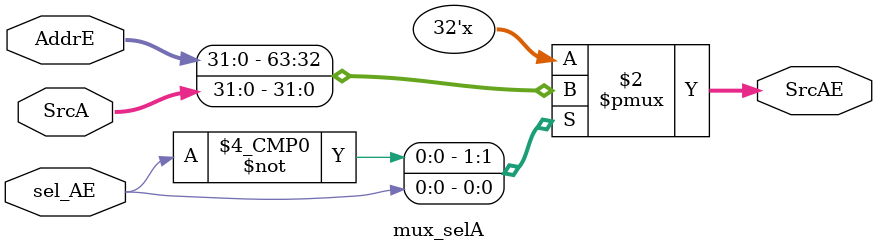
<source format=sv>
module mux_selA (
    input logic         sel_AE,
    input logic  [31:0] SrcA,AddrE,
    output logic [31:0] SrcAE
);
always_comb begin 
    case (sel_AE)
       1'b0 : SrcAE = AddrE;
       1'b1 : SrcAE = SrcA;
    endcase  
end
endmodule


</source>
